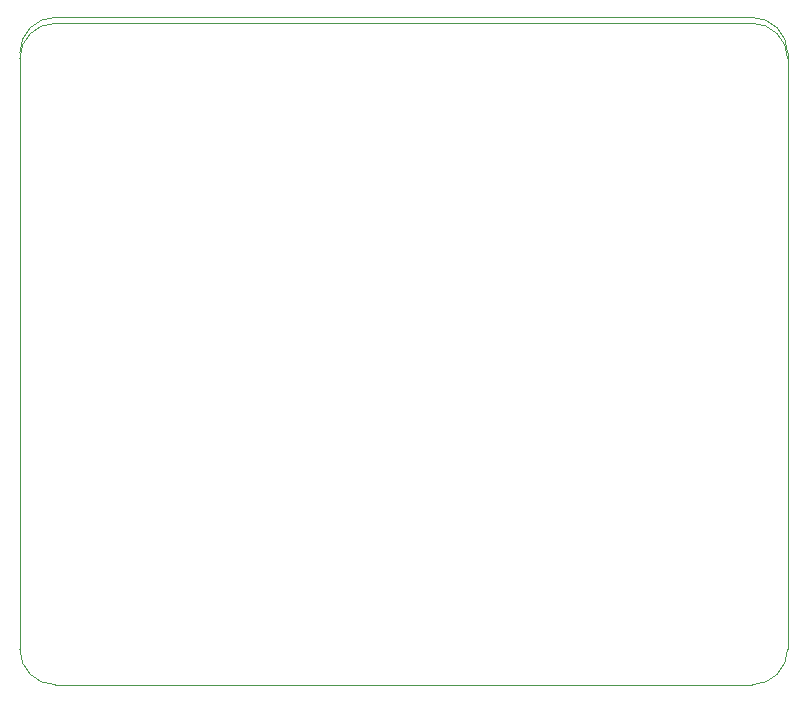
<source format=gbr>
G04 #@! TF.FileFunction,Profile,NP*
%FSLAX46Y46*%
G04 Gerber Fmt 4.6, Leading zero omitted, Abs format (unit mm)*
G04 Created by KiCad (PCBNEW 4.0.7) date 01/22/18 00:42:11*
%MOMM*%
%LPD*%
G01*
G04 APERTURE LIST*
%ADD10C,0.100000*%
G04 APERTURE END LIST*
D10*
X52070000Y-93980000D02*
X52070000Y-63500000D01*
X117070000Y-51760000D02*
G75*
G03X114070000Y-48760000I-3000000J0D01*
G01*
X55070000Y-48760000D02*
X114070000Y-48760000D01*
X55070000Y-48760000D02*
G75*
G03X52070000Y-51760000I0J-3000000D01*
G01*
X114070000Y-104760000D02*
G75*
G03X117070000Y-101760000I0J3000000D01*
G01*
X52070000Y-101760000D02*
G75*
G03X55070000Y-104760000I3000000J0D01*
G01*
X55070000Y-48260000D02*
G75*
G03X52070000Y-51260000I0J-3000000D01*
G01*
X117070000Y-51260000D02*
G75*
G03X114070000Y-48260000I-3000000J0D01*
G01*
X52070000Y-86260000D02*
X52070000Y-101760000D01*
X52070000Y-51260000D02*
X52070000Y-67260000D01*
X55070000Y-104760000D02*
X114070000Y-104760000D01*
X117070000Y-51260000D02*
X117070000Y-101760000D01*
X55070000Y-48260000D02*
X114070000Y-48260000D01*
M02*

</source>
